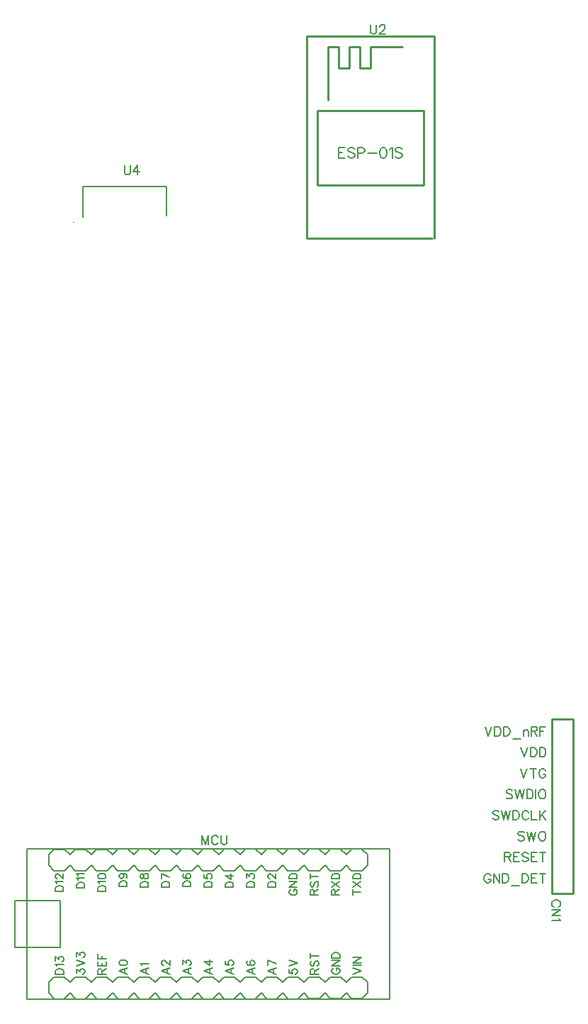
<source format=gto>
G04 Layer: TopSilkscreenLayer*
G04 EasyEDA v6.5.42, 2024-05-28 01:04:16*
G04 864da046108442dba22ddf06c26b1ed7,510c7b70758e4c7f89447156c1b3190b,10*
G04 Gerber Generator version 0.2*
G04 Scale: 100 percent, Rotated: No, Reflected: No *
G04 Dimensions in millimeters *
G04 leading zeros omitted , absolute positions ,4 integer and 5 decimal *
%FSLAX45Y45*%
%MOMM*%

%ADD10C,0.1524*%
%ADD11C,0.1500*%
%ADD12C,0.2032*%
%ADD13C,0.2540*%
%ADD14C,0.1520*%
%ADD15C,0.1999*%
%ADD16C,0.1001*%
%ADD17C,0.0163*%

%LPD*%
D10*
X5509519Y3353815D02*
G01*
X5551175Y3244850D01*
X5592577Y3353815D02*
G01*
X5551175Y3244850D01*
X5626867Y3353815D02*
G01*
X5626867Y3244850D01*
X5626867Y3353815D02*
G01*
X5663189Y3353815D01*
X5678937Y3348736D01*
X5689351Y3338321D01*
X5694431Y3327907D01*
X5699765Y3312160D01*
X5699765Y3286252D01*
X5694431Y3270757D01*
X5689351Y3260344D01*
X5678937Y3249929D01*
X5663189Y3244850D01*
X5626867Y3244850D01*
X5734055Y3353815D02*
G01*
X5734055Y3244850D01*
X5734055Y3353815D02*
G01*
X5770377Y3353815D01*
X5785871Y3348736D01*
X5796285Y3338321D01*
X5801619Y3327907D01*
X5806699Y3312160D01*
X5806699Y3286252D01*
X5801619Y3270757D01*
X5796285Y3260344D01*
X5785871Y3249929D01*
X5770377Y3244850D01*
X5734055Y3244850D01*
X5840989Y3208273D02*
G01*
X5934461Y3208273D01*
X5968751Y3317494D02*
G01*
X5968751Y3244850D01*
X5968751Y3296665D02*
G01*
X5984499Y3312160D01*
X5994659Y3317494D01*
X6010407Y3317494D01*
X6020821Y3312160D01*
X6025901Y3296665D01*
X6025901Y3244850D01*
X6060191Y3353815D02*
G01*
X6060191Y3244850D01*
X6060191Y3353815D02*
G01*
X6106927Y3353815D01*
X6122675Y3348736D01*
X6127755Y3343402D01*
X6133089Y3332987D01*
X6133089Y3322573D01*
X6127755Y3312160D01*
X6122675Y3307079D01*
X6106927Y3302000D01*
X6060191Y3302000D01*
X6096513Y3302000D02*
G01*
X6133089Y3244850D01*
X6167379Y3353815D02*
G01*
X6167379Y3244850D01*
X6167379Y3353815D02*
G01*
X6234689Y3353815D01*
X6167379Y3302000D02*
G01*
X6208781Y3302000D01*
X5937498Y3103371D02*
G01*
X5979154Y2994405D01*
X6020556Y3103371D02*
G01*
X5979154Y2994405D01*
X6054846Y3103371D02*
G01*
X6054846Y2994405D01*
X6054846Y3103371D02*
G01*
X6091168Y3103371D01*
X6106916Y3098292D01*
X6117330Y3087878D01*
X6122410Y3077463D01*
X6127744Y3061970D01*
X6127744Y3035807D01*
X6122410Y3020313D01*
X6117330Y3009900D01*
X6106916Y2999486D01*
X6091168Y2994405D01*
X6054846Y2994405D01*
X6162034Y3103371D02*
G01*
X6162034Y2994405D01*
X6162034Y3103371D02*
G01*
X6198356Y3103371D01*
X6213850Y3098292D01*
X6224264Y3087878D01*
X6229598Y3077463D01*
X6234678Y3061970D01*
X6234678Y3035807D01*
X6229598Y3020313D01*
X6224264Y3009900D01*
X6213850Y2999486D01*
X6198356Y2994405D01*
X6162034Y2994405D01*
X5932426Y2853181D02*
G01*
X5974082Y2743962D01*
X6015484Y2853181D02*
G01*
X5974082Y2743962D01*
X6086096Y2853181D02*
G01*
X6086096Y2743962D01*
X6049774Y2853181D02*
G01*
X6122672Y2853181D01*
X6234686Y2827020D02*
G01*
X6229606Y2837434D01*
X6219192Y2847847D01*
X6208778Y2853181D01*
X6187950Y2853181D01*
X6177536Y2847847D01*
X6167376Y2837434D01*
X6162042Y2827020D01*
X6156962Y2811526D01*
X6156962Y2785618D01*
X6162042Y2769870D01*
X6167376Y2759455D01*
X6177536Y2749295D01*
X6187950Y2743962D01*
X6208778Y2743962D01*
X6219192Y2749295D01*
X6229606Y2759455D01*
X6234686Y2769870D01*
X6234686Y2785618D01*
X6208778Y2785618D02*
G01*
X6234686Y2785618D01*
X5837674Y2587244D02*
G01*
X5827260Y2597404D01*
X5811766Y2602737D01*
X5790938Y2602737D01*
X5775444Y2597404D01*
X5765030Y2587244D01*
X5765030Y2576829D01*
X5770110Y2566415D01*
X5775444Y2561081D01*
X5785858Y2556002D01*
X5817100Y2545587D01*
X5827260Y2540254D01*
X5832594Y2535173D01*
X5837674Y2524760D01*
X5837674Y2509265D01*
X5827260Y2498852D01*
X5811766Y2493518D01*
X5790938Y2493518D01*
X5775444Y2498852D01*
X5765030Y2509265D01*
X5871964Y2602737D02*
G01*
X5898126Y2493518D01*
X5924034Y2602737D02*
G01*
X5898126Y2493518D01*
X5924034Y2602737D02*
G01*
X5949942Y2493518D01*
X5975850Y2602737D02*
G01*
X5949942Y2493518D01*
X6010140Y2602737D02*
G01*
X6010140Y2493518D01*
X6010140Y2602737D02*
G01*
X6046716Y2602737D01*
X6062210Y2597404D01*
X6072624Y2587244D01*
X6077704Y2576829D01*
X6083038Y2561081D01*
X6083038Y2535173D01*
X6077704Y2519679D01*
X6072624Y2509265D01*
X6062210Y2498852D01*
X6046716Y2493518D01*
X6010140Y2493518D01*
X6117328Y2602737D02*
G01*
X6117328Y2493518D01*
X6182860Y2602737D02*
G01*
X6172446Y2597404D01*
X6162032Y2587244D01*
X6156698Y2576829D01*
X6151618Y2561081D01*
X6151618Y2535173D01*
X6156698Y2519679D01*
X6162032Y2509265D01*
X6172446Y2498852D01*
X6182860Y2493518D01*
X6203434Y2493518D01*
X6213848Y2498852D01*
X6224262Y2509265D01*
X6229596Y2519679D01*
X6234676Y2535173D01*
X6234676Y2561081D01*
X6229596Y2576829D01*
X6224262Y2587244D01*
X6213848Y2597404D01*
X6203434Y2602737D01*
X6182860Y2602737D01*
X5673592Y2336800D02*
G01*
X5663178Y2347213D01*
X5647684Y2352294D01*
X5626856Y2352294D01*
X5611362Y2347213D01*
X5600948Y2336800D01*
X5600948Y2326386D01*
X5606028Y2315971D01*
X5611362Y2310892D01*
X5621776Y2305557D01*
X5653018Y2295144D01*
X5663178Y2290063D01*
X5668512Y2284729D01*
X5673592Y2274315D01*
X5673592Y2258821D01*
X5663178Y2248407D01*
X5647684Y2243328D01*
X5626856Y2243328D01*
X5611362Y2248407D01*
X5600948Y2258821D01*
X5707882Y2352294D02*
G01*
X5734044Y2243328D01*
X5759952Y2352294D02*
G01*
X5734044Y2243328D01*
X5759952Y2352294D02*
G01*
X5785860Y2243328D01*
X5811768Y2352294D02*
G01*
X5785860Y2243328D01*
X5846058Y2352294D02*
G01*
X5846058Y2243328D01*
X5846058Y2352294D02*
G01*
X5882634Y2352294D01*
X5898128Y2347213D01*
X5908542Y2336800D01*
X5913622Y2326386D01*
X5918956Y2310892D01*
X5918956Y2284729D01*
X5913622Y2269236D01*
X5908542Y2258821D01*
X5898128Y2248407D01*
X5882634Y2243328D01*
X5846058Y2243328D01*
X6031224Y2326386D02*
G01*
X6025890Y2336800D01*
X6015476Y2347213D01*
X6005062Y2352294D01*
X5984488Y2352294D01*
X5974074Y2347213D01*
X5963660Y2336800D01*
X5958326Y2326386D01*
X5953246Y2310892D01*
X5953246Y2284729D01*
X5958326Y2269236D01*
X5963660Y2258821D01*
X5974074Y2248407D01*
X5984488Y2243328D01*
X6005062Y2243328D01*
X6015476Y2248407D01*
X6025890Y2258821D01*
X6031224Y2269236D01*
X6065514Y2352294D02*
G01*
X6065514Y2243328D01*
X6065514Y2243328D02*
G01*
X6127744Y2243328D01*
X6162034Y2352294D02*
G01*
X6162034Y2243328D01*
X6234678Y2352294D02*
G01*
X6162034Y2279650D01*
X6187942Y2305557D02*
G01*
X6234678Y2243328D01*
X5978900Y2086355D02*
G01*
X5968486Y2096770D01*
X5952992Y2102104D01*
X5932164Y2102104D01*
X5916670Y2096770D01*
X5906256Y2086355D01*
X5906256Y2075942D01*
X5911336Y2065528D01*
X5916670Y2060447D01*
X5927084Y2055113D01*
X5958326Y2044954D01*
X5968486Y2039620D01*
X5973820Y2034539D01*
X5978900Y2024126D01*
X5978900Y2008378D01*
X5968486Y1997963D01*
X5952992Y1992884D01*
X5932164Y1992884D01*
X5916670Y1997963D01*
X5906256Y2008378D01*
X6013190Y2102104D02*
G01*
X6039352Y1992884D01*
X6065260Y2102104D02*
G01*
X6039352Y1992884D01*
X6065260Y2102104D02*
G01*
X6091168Y1992884D01*
X6117076Y2102104D02*
G01*
X6091168Y1992884D01*
X6182608Y2102104D02*
G01*
X6172194Y2096770D01*
X6161780Y2086355D01*
X6156700Y2075942D01*
X6151366Y2060447D01*
X6151366Y2034539D01*
X6156700Y2018792D01*
X6161780Y2008378D01*
X6172194Y1997963D01*
X6182608Y1992884D01*
X6203436Y1992884D01*
X6213850Y1997963D01*
X6224264Y2008378D01*
X6229344Y2018792D01*
X6234678Y2034539D01*
X6234678Y2060447D01*
X6229344Y2075942D01*
X6224264Y2086355D01*
X6213850Y2096770D01*
X6203436Y2102104D01*
X6182608Y2102104D01*
X5744207Y1851660D02*
G01*
X5744207Y1742439D01*
X5744207Y1851660D02*
G01*
X5790943Y1851660D01*
X5806437Y1846326D01*
X5811771Y1841245D01*
X5816851Y1830831D01*
X5816851Y1820418D01*
X5811771Y1810004D01*
X5806437Y1804923D01*
X5790943Y1799589D01*
X5744207Y1799589D01*
X5780529Y1799589D02*
G01*
X5816851Y1742439D01*
X5851141Y1851660D02*
G01*
X5851141Y1742439D01*
X5851141Y1851660D02*
G01*
X5918705Y1851660D01*
X5851141Y1799589D02*
G01*
X5892797Y1799589D01*
X5851141Y1742439D02*
G01*
X5918705Y1742439D01*
X6025893Y1835912D02*
G01*
X6015479Y1846326D01*
X5999731Y1851660D01*
X5979157Y1851660D01*
X5963409Y1846326D01*
X5952995Y1835912D01*
X5952995Y1825752D01*
X5958329Y1815337D01*
X5963409Y1810004D01*
X5973823Y1804923D01*
X6005065Y1794510D01*
X6015479Y1789176D01*
X6020559Y1784095D01*
X6025893Y1773681D01*
X6025893Y1758187D01*
X6015479Y1747773D01*
X5999731Y1742439D01*
X5979157Y1742439D01*
X5963409Y1747773D01*
X5952995Y1758187D01*
X6060183Y1851660D02*
G01*
X6060183Y1742439D01*
X6060183Y1851660D02*
G01*
X6127747Y1851660D01*
X6060183Y1799589D02*
G01*
X6101585Y1799589D01*
X6060183Y1742439D02*
G01*
X6127747Y1742439D01*
X6198359Y1851660D02*
G01*
X6198359Y1742439D01*
X6162037Y1851660D02*
G01*
X6234681Y1851660D01*
X5577077Y1575307D02*
G01*
X5571743Y1585721D01*
X5561329Y1596136D01*
X5551170Y1601215D01*
X5530341Y1601215D01*
X5519927Y1596136D01*
X5509513Y1585721D01*
X5504179Y1575307D01*
X5499100Y1559560D01*
X5499100Y1533652D01*
X5504179Y1518157D01*
X5509513Y1507744D01*
X5519927Y1497329D01*
X5530341Y1492250D01*
X5551170Y1492250D01*
X5561329Y1497329D01*
X5571743Y1507744D01*
X5577077Y1518157D01*
X5577077Y1533652D01*
X5551170Y1533652D02*
G01*
X5577077Y1533652D01*
X5611368Y1601215D02*
G01*
X5611368Y1492250D01*
X5611368Y1601215D02*
G01*
X5684011Y1492250D01*
X5684011Y1601215D02*
G01*
X5684011Y1492250D01*
X5718302Y1601215D02*
G01*
X5718302Y1492250D01*
X5718302Y1601215D02*
G01*
X5754624Y1601215D01*
X5770372Y1596136D01*
X5780786Y1585721D01*
X5785865Y1575307D01*
X5791200Y1559560D01*
X5791200Y1533652D01*
X5785865Y1518157D01*
X5780786Y1507744D01*
X5770372Y1497329D01*
X5754624Y1492250D01*
X5718302Y1492250D01*
X5825490Y1455673D02*
G01*
X5918961Y1455673D01*
X5953252Y1601215D02*
G01*
X5953252Y1492250D01*
X5953252Y1601215D02*
G01*
X5989574Y1601215D01*
X6005068Y1596136D01*
X6015481Y1585721D01*
X6020815Y1575307D01*
X6025895Y1559560D01*
X6025895Y1533652D01*
X6020815Y1518157D01*
X6015481Y1507744D01*
X6005068Y1497329D01*
X5989574Y1492250D01*
X5953252Y1492250D01*
X6060186Y1601215D02*
G01*
X6060186Y1492250D01*
X6060186Y1601215D02*
G01*
X6127750Y1601215D01*
X6060186Y1549400D02*
G01*
X6101841Y1549400D01*
X6060186Y1492250D02*
G01*
X6127750Y1492250D01*
X6198361Y1601215D02*
G01*
X6198361Y1492250D01*
X6162040Y1601215D02*
G01*
X6234684Y1601215D01*
X6388608Y1204721D02*
G01*
X6399022Y1210055D01*
X6409436Y1220470D01*
X6414515Y1230629D01*
X6414515Y1251457D01*
X6409436Y1261871D01*
X6399022Y1272286D01*
X6388608Y1277620D01*
X6372859Y1282700D01*
X6346952Y1282700D01*
X6331458Y1277620D01*
X6321043Y1272286D01*
X6310629Y1261871D01*
X6305550Y1251457D01*
X6305550Y1230629D01*
X6310629Y1220470D01*
X6321043Y1210055D01*
X6331458Y1204721D01*
X6414515Y1170431D02*
G01*
X6305550Y1170431D01*
X6414515Y1170431D02*
G01*
X6305550Y1097787D01*
X6414515Y1097787D02*
G01*
X6305550Y1097787D01*
X6393688Y1063497D02*
G01*
X6399022Y1053084D01*
X6414515Y1037589D01*
X6305550Y1037589D01*
X2123795Y2055113D02*
G01*
X2123795Y1946147D01*
X2123795Y2055113D02*
G01*
X2165451Y1946147D01*
X2206853Y2055113D02*
G01*
X2165451Y1946147D01*
X2206853Y2055113D02*
G01*
X2206853Y1946147D01*
X2319121Y2029205D02*
G01*
X2314041Y2039620D01*
X2303627Y2050034D01*
X2293213Y2055113D01*
X2272385Y2055113D01*
X2261971Y2050034D01*
X2251557Y2039620D01*
X2246477Y2029205D01*
X2241143Y2013457D01*
X2241143Y1987550D01*
X2246477Y1972055D01*
X2251557Y1961642D01*
X2261971Y1951228D01*
X2272385Y1946147D01*
X2293213Y1946147D01*
X2303627Y1951228D01*
X2314041Y1961642D01*
X2319121Y1972055D01*
X2353411Y2055113D02*
G01*
X2353411Y1977136D01*
X2358745Y1961642D01*
X2368905Y1951228D01*
X2384653Y1946147D01*
X2395067Y1946147D01*
X2410561Y1951228D01*
X2420975Y1961642D01*
X2426055Y1977136D01*
X2426055Y2055113D01*
D11*
X375869Y401065D02*
G01*
X471373Y401065D01*
X375869Y401065D02*
G01*
X375869Y432815D01*
X380441Y446531D01*
X389585Y455421D01*
X398475Y459994D01*
X412191Y464565D01*
X435051Y464565D01*
X448513Y459994D01*
X457657Y455421D01*
X466801Y446531D01*
X471373Y432815D01*
X471373Y401065D01*
X394157Y494537D02*
G01*
X389585Y503681D01*
X375869Y517397D01*
X471373Y517397D01*
X375869Y556513D02*
G01*
X375869Y606552D01*
X412191Y579120D01*
X412191Y592836D01*
X416763Y601979D01*
X421335Y606552D01*
X435051Y610870D01*
X443941Y610870D01*
X457657Y606552D01*
X466801Y597407D01*
X471373Y583692D01*
X471373Y569976D01*
X466801Y556513D01*
X462229Y551942D01*
X453085Y547370D01*
X629869Y409955D02*
G01*
X629869Y459994D01*
X666191Y432815D01*
X666191Y446531D01*
X670763Y455421D01*
X675335Y459994D01*
X689051Y464565D01*
X697941Y464565D01*
X711657Y459994D01*
X720801Y451104D01*
X725373Y437387D01*
X725373Y423671D01*
X720801Y409955D01*
X716229Y405637D01*
X707085Y401065D01*
X629869Y494537D02*
G01*
X725373Y531113D01*
X629869Y567436D02*
G01*
X725373Y531113D01*
X629869Y606552D02*
G01*
X629869Y656336D01*
X666191Y629157D01*
X666191Y642873D01*
X670763Y652018D01*
X675335Y656336D01*
X689051Y660907D01*
X697941Y660907D01*
X711657Y656336D01*
X720801Y647445D01*
X725373Y633729D01*
X725373Y620013D01*
X720801Y606552D01*
X716229Y601979D01*
X707085Y597407D01*
X883869Y401065D02*
G01*
X979373Y401065D01*
X883869Y401065D02*
G01*
X883869Y441960D01*
X888441Y455421D01*
X893013Y459994D01*
X902157Y464565D01*
X911047Y464565D01*
X920191Y459994D01*
X924763Y455421D01*
X929335Y441960D01*
X929335Y401065D01*
X929335Y432815D02*
G01*
X979373Y464565D01*
X883869Y494537D02*
G01*
X979373Y494537D01*
X883869Y494537D02*
G01*
X883869Y553720D01*
X929335Y494537D02*
G01*
X929335Y531113D01*
X979373Y494537D02*
G01*
X979373Y553720D01*
X883869Y583692D02*
G01*
X979373Y583692D01*
X883869Y583692D02*
G01*
X883869Y642873D01*
X929335Y583692D02*
G01*
X929335Y620013D01*
X1137869Y437387D02*
G01*
X1233373Y401065D01*
X1137869Y437387D02*
G01*
X1233373Y473710D01*
X1201623Y414528D02*
G01*
X1201623Y459994D01*
X1137869Y531113D02*
G01*
X1142441Y517397D01*
X1156157Y508254D01*
X1178763Y503681D01*
X1192479Y503681D01*
X1215085Y508254D01*
X1228801Y517397D01*
X1233373Y531113D01*
X1233373Y540004D01*
X1228801Y553720D01*
X1215085Y562863D01*
X1192479Y567436D01*
X1178763Y567436D01*
X1156157Y562863D01*
X1142441Y553720D01*
X1137869Y540004D01*
X1137869Y531113D01*
X1391869Y437387D02*
G01*
X1487373Y401065D01*
X1391869Y437387D02*
G01*
X1487373Y473710D01*
X1455623Y414528D02*
G01*
X1455623Y459994D01*
X1410157Y503681D02*
G01*
X1405585Y512826D01*
X1391869Y526542D01*
X1487373Y526542D01*
X1645869Y437387D02*
G01*
X1741373Y401065D01*
X1645869Y437387D02*
G01*
X1741373Y473710D01*
X1709623Y414528D02*
G01*
X1709623Y459994D01*
X1668475Y508254D02*
G01*
X1664157Y508254D01*
X1655013Y512826D01*
X1650441Y517397D01*
X1645869Y526542D01*
X1645869Y544576D01*
X1650441Y553720D01*
X1655013Y558292D01*
X1664157Y562863D01*
X1673047Y562863D01*
X1682191Y558292D01*
X1695907Y549147D01*
X1741373Y503681D01*
X1741373Y567436D01*
X1899869Y437387D02*
G01*
X1995373Y401065D01*
X1899869Y437387D02*
G01*
X1995373Y473710D01*
X1963623Y414528D02*
G01*
X1963623Y459994D01*
X1899869Y512826D02*
G01*
X1899869Y562863D01*
X1936191Y535431D01*
X1936191Y549147D01*
X1940763Y558292D01*
X1945335Y562863D01*
X1959051Y567436D01*
X1967941Y567436D01*
X1981657Y562863D01*
X1990801Y553720D01*
X1995373Y540004D01*
X1995373Y526542D01*
X1990801Y512826D01*
X1986229Y508254D01*
X1977085Y503681D01*
X2153869Y437387D02*
G01*
X2249373Y401065D01*
X2153869Y437387D02*
G01*
X2249373Y473710D01*
X2217623Y414528D02*
G01*
X2217623Y459994D01*
X2153869Y549147D02*
G01*
X2217623Y503681D01*
X2217623Y572007D01*
X2153869Y549147D02*
G01*
X2249373Y549147D01*
X2407869Y437387D02*
G01*
X2503373Y401065D01*
X2407869Y437387D02*
G01*
X2503373Y473710D01*
X2471623Y414528D02*
G01*
X2471623Y459994D01*
X2407869Y558292D02*
G01*
X2407869Y512826D01*
X2448763Y508254D01*
X2444191Y512826D01*
X2439619Y526542D01*
X2439619Y540004D01*
X2444191Y553720D01*
X2453335Y562863D01*
X2467051Y567436D01*
X2475941Y567436D01*
X2489657Y562863D01*
X2498801Y553720D01*
X2503373Y540004D01*
X2503373Y526542D01*
X2498801Y512826D01*
X2494229Y508254D01*
X2485085Y503681D01*
X2661869Y437387D02*
G01*
X2757373Y401065D01*
X2661869Y437387D02*
G01*
X2757373Y473710D01*
X2725623Y414528D02*
G01*
X2725623Y459994D01*
X2675585Y558292D02*
G01*
X2666441Y553720D01*
X2661869Y540004D01*
X2661869Y531113D01*
X2666441Y517397D01*
X2680157Y508254D01*
X2702763Y503681D01*
X2725623Y503681D01*
X2743657Y508254D01*
X2752801Y517397D01*
X2757373Y531113D01*
X2757373Y535431D01*
X2752801Y549147D01*
X2743657Y558292D01*
X2729941Y562863D01*
X2725623Y562863D01*
X2711907Y558292D01*
X2702763Y549147D01*
X2698191Y535431D01*
X2698191Y531113D01*
X2702763Y517397D01*
X2711907Y508254D01*
X2725623Y503681D01*
X2915869Y437387D02*
G01*
X3011373Y401065D01*
X2915869Y437387D02*
G01*
X3011373Y473710D01*
X2979623Y414528D02*
G01*
X2979623Y459994D01*
X2915869Y567436D02*
G01*
X3011373Y521970D01*
X2915869Y503681D02*
G01*
X2915869Y567436D01*
X3169869Y455421D02*
G01*
X3169869Y409955D01*
X3210763Y405637D01*
X3206191Y409955D01*
X3201619Y423671D01*
X3201619Y437387D01*
X3206191Y451104D01*
X3215335Y459994D01*
X3229051Y464565D01*
X3237941Y464565D01*
X3251657Y459994D01*
X3260801Y451104D01*
X3265373Y437387D01*
X3265373Y423671D01*
X3260801Y409955D01*
X3256229Y405637D01*
X3247085Y401065D01*
X3169869Y494537D02*
G01*
X3265373Y531113D01*
X3169869Y567436D02*
G01*
X3265373Y531113D01*
X3423869Y401065D02*
G01*
X3519373Y401065D01*
X3423869Y401065D02*
G01*
X3423869Y441960D01*
X3428441Y455421D01*
X3433013Y459994D01*
X3442157Y464565D01*
X3451047Y464565D01*
X3460191Y459994D01*
X3464763Y455421D01*
X3469335Y441960D01*
X3469335Y401065D01*
X3469335Y432815D02*
G01*
X3519373Y464565D01*
X3437585Y558292D02*
G01*
X3428441Y549147D01*
X3423869Y535431D01*
X3423869Y517397D01*
X3428441Y503681D01*
X3437585Y494537D01*
X3446475Y494537D01*
X3455619Y499110D01*
X3460191Y503681D01*
X3464763Y512826D01*
X3473907Y540004D01*
X3478479Y549147D01*
X3483051Y553720D01*
X3491941Y558292D01*
X3505657Y558292D01*
X3514801Y549147D01*
X3519373Y535431D01*
X3519373Y517397D01*
X3514801Y503681D01*
X3505657Y494537D01*
X3423869Y620013D02*
G01*
X3519373Y620013D01*
X3423869Y588263D02*
G01*
X3423869Y652018D01*
X3700475Y469137D02*
G01*
X3691585Y464565D01*
X3682441Y455421D01*
X3677869Y446531D01*
X3677869Y428244D01*
X3682441Y419100D01*
X3691585Y409955D01*
X3700475Y405637D01*
X3714191Y401065D01*
X3737051Y401065D01*
X3750513Y405637D01*
X3759657Y409955D01*
X3768801Y419100D01*
X3773373Y428244D01*
X3773373Y446531D01*
X3768801Y455421D01*
X3759657Y464565D01*
X3750513Y469137D01*
X3737051Y469137D01*
X3737051Y446531D02*
G01*
X3737051Y469137D01*
X3677869Y499110D02*
G01*
X3773373Y499110D01*
X3677869Y499110D02*
G01*
X3773373Y562863D01*
X3677869Y562863D02*
G01*
X3773373Y562863D01*
X3677869Y592836D02*
G01*
X3773373Y592836D01*
X3677869Y592836D02*
G01*
X3677869Y624586D01*
X3682441Y638302D01*
X3691585Y647445D01*
X3700475Y652018D01*
X3714191Y656336D01*
X3737051Y656336D01*
X3750513Y652018D01*
X3759657Y647445D01*
X3768801Y638302D01*
X3773373Y624586D01*
X3773373Y592836D01*
X3931869Y401065D02*
G01*
X4027373Y437387D01*
X3931869Y473710D02*
G01*
X4027373Y437387D01*
X3931869Y503681D02*
G01*
X4027373Y503681D01*
X3931869Y533654D02*
G01*
X4027373Y533654D01*
X3931869Y533654D02*
G01*
X4027373Y597407D01*
X3931869Y597407D02*
G01*
X4027373Y597407D01*
X373964Y1389913D02*
G01*
X469468Y1389913D01*
X373964Y1389913D02*
G01*
X373964Y1421663D01*
X378536Y1435379D01*
X387426Y1444523D01*
X396570Y1449095D01*
X410286Y1453413D01*
X432892Y1453413D01*
X446608Y1449095D01*
X455752Y1444523D01*
X464896Y1435379D01*
X469468Y1421663D01*
X469468Y1389913D01*
X391998Y1483639D02*
G01*
X387426Y1492529D01*
X373964Y1506245D01*
X469468Y1506245D01*
X396570Y1540789D02*
G01*
X391998Y1540789D01*
X383108Y1545361D01*
X378536Y1549933D01*
X373964Y1559077D01*
X373964Y1577111D01*
X378536Y1586255D01*
X383108Y1590827D01*
X391998Y1595399D01*
X401142Y1595399D01*
X410286Y1590827D01*
X424002Y1581683D01*
X469468Y1536217D01*
X469468Y1599971D01*
X627964Y1430807D02*
G01*
X723468Y1430807D01*
X627964Y1430807D02*
G01*
X627964Y1462557D01*
X632536Y1476273D01*
X641426Y1485417D01*
X650570Y1489989D01*
X664286Y1494307D01*
X686892Y1494307D01*
X700608Y1489989D01*
X709752Y1485417D01*
X718896Y1476273D01*
X723468Y1462557D01*
X723468Y1430807D01*
X645998Y1524533D02*
G01*
X641426Y1533423D01*
X627964Y1547139D01*
X723468Y1547139D01*
X645998Y1577111D02*
G01*
X641426Y1586255D01*
X627964Y1599971D01*
X723468Y1599971D01*
X881964Y1389913D02*
G01*
X977468Y1389913D01*
X881964Y1389913D02*
G01*
X881964Y1421663D01*
X886536Y1435379D01*
X895426Y1444523D01*
X904570Y1449095D01*
X918286Y1453413D01*
X940892Y1453413D01*
X954608Y1449095D01*
X963752Y1444523D01*
X972896Y1435379D01*
X977468Y1421663D01*
X977468Y1389913D01*
X899998Y1483639D02*
G01*
X895426Y1492529D01*
X881964Y1506245D01*
X977468Y1506245D01*
X881964Y1563649D02*
G01*
X886536Y1549933D01*
X899998Y1540789D01*
X922858Y1536217D01*
X936320Y1536217D01*
X959180Y1540789D01*
X972896Y1549933D01*
X977468Y1563649D01*
X977468Y1572539D01*
X972896Y1586255D01*
X959180Y1595399D01*
X936320Y1599971D01*
X922858Y1599971D01*
X899998Y1595399D01*
X886536Y1586255D01*
X881964Y1572539D01*
X881964Y1563649D01*
X1135964Y1447317D02*
G01*
X1231468Y1447317D01*
X1135964Y1447317D02*
G01*
X1135964Y1479067D01*
X1140536Y1492783D01*
X1149426Y1501927D01*
X1158570Y1506499D01*
X1172286Y1510817D01*
X1194892Y1510817D01*
X1208608Y1506499D01*
X1217752Y1501927D01*
X1226896Y1492783D01*
X1231468Y1479067D01*
X1231468Y1447317D01*
X1167714Y1599971D02*
G01*
X1181430Y1595399D01*
X1190320Y1586509D01*
X1194892Y1572793D01*
X1194892Y1568221D01*
X1190320Y1554505D01*
X1181430Y1545361D01*
X1167714Y1541043D01*
X1163142Y1541043D01*
X1149426Y1545361D01*
X1140536Y1554505D01*
X1135964Y1568221D01*
X1135964Y1572793D01*
X1140536Y1586509D01*
X1149426Y1595399D01*
X1167714Y1599971D01*
X1190320Y1599971D01*
X1213180Y1595399D01*
X1226896Y1586509D01*
X1231468Y1572793D01*
X1231468Y1563649D01*
X1226896Y1549933D01*
X1217752Y1545361D01*
X1389964Y1442745D02*
G01*
X1485468Y1442745D01*
X1389964Y1442745D02*
G01*
X1389964Y1474495D01*
X1394536Y1488211D01*
X1403426Y1497355D01*
X1412570Y1501927D01*
X1426286Y1506245D01*
X1448892Y1506245D01*
X1462608Y1501927D01*
X1471752Y1497355D01*
X1480896Y1488211D01*
X1485468Y1474495D01*
X1485468Y1442745D01*
X1389964Y1559077D02*
G01*
X1394536Y1545361D01*
X1403426Y1540789D01*
X1412570Y1540789D01*
X1421714Y1545361D01*
X1426286Y1554505D01*
X1430858Y1572793D01*
X1435430Y1586255D01*
X1444320Y1595399D01*
X1453464Y1599971D01*
X1467180Y1599971D01*
X1476324Y1595399D01*
X1480896Y1590827D01*
X1485468Y1577365D01*
X1485468Y1559077D01*
X1480896Y1545361D01*
X1476324Y1540789D01*
X1467180Y1536471D01*
X1453464Y1536471D01*
X1444320Y1540789D01*
X1435430Y1549933D01*
X1430858Y1563649D01*
X1426286Y1581937D01*
X1421714Y1590827D01*
X1412570Y1595399D01*
X1403426Y1595399D01*
X1394536Y1590827D01*
X1389964Y1577365D01*
X1389964Y1559077D01*
X1643964Y1442745D02*
G01*
X1739468Y1442745D01*
X1643964Y1442745D02*
G01*
X1643964Y1474495D01*
X1648536Y1488211D01*
X1657426Y1497355D01*
X1666570Y1501927D01*
X1680286Y1506245D01*
X1702892Y1506245D01*
X1716608Y1501927D01*
X1725752Y1497355D01*
X1734896Y1488211D01*
X1739468Y1474495D01*
X1739468Y1442745D01*
X1643964Y1599971D02*
G01*
X1739468Y1554505D01*
X1643964Y1536471D02*
G01*
X1643964Y1599971D01*
X1897964Y1447317D02*
G01*
X1993468Y1447317D01*
X1897964Y1447317D02*
G01*
X1897964Y1479067D01*
X1902536Y1492783D01*
X1911426Y1501927D01*
X1920570Y1506499D01*
X1934286Y1510817D01*
X1956892Y1510817D01*
X1970608Y1506499D01*
X1979752Y1501927D01*
X1988896Y1492783D01*
X1993468Y1479067D01*
X1993468Y1447317D01*
X1911426Y1595399D02*
G01*
X1902536Y1590827D01*
X1897964Y1577365D01*
X1897964Y1568221D01*
X1902536Y1554505D01*
X1915998Y1545361D01*
X1938858Y1541043D01*
X1961464Y1541043D01*
X1979752Y1545361D01*
X1988896Y1554505D01*
X1993468Y1568221D01*
X1993468Y1572793D01*
X1988896Y1586509D01*
X1979752Y1595399D01*
X1966036Y1599971D01*
X1961464Y1599971D01*
X1948002Y1595399D01*
X1938858Y1586509D01*
X1934286Y1572793D01*
X1934286Y1568221D01*
X1938858Y1554505D01*
X1948002Y1545361D01*
X1961464Y1541043D01*
X2151964Y1442745D02*
G01*
X2247468Y1442745D01*
X2151964Y1442745D02*
G01*
X2151964Y1474495D01*
X2156536Y1488211D01*
X2165426Y1497355D01*
X2174570Y1501927D01*
X2188286Y1506245D01*
X2210892Y1506245D01*
X2224608Y1501927D01*
X2233752Y1497355D01*
X2242896Y1488211D01*
X2247468Y1474495D01*
X2247468Y1442745D01*
X2151964Y1590827D02*
G01*
X2151964Y1545361D01*
X2192858Y1540789D01*
X2188286Y1545361D01*
X2183714Y1559077D01*
X2183714Y1572793D01*
X2188286Y1586255D01*
X2197430Y1595399D01*
X2210892Y1599971D01*
X2220036Y1599971D01*
X2233752Y1595399D01*
X2242896Y1586255D01*
X2247468Y1572793D01*
X2247468Y1559077D01*
X2242896Y1545361D01*
X2238324Y1540789D01*
X2229180Y1536471D01*
X2405964Y1438173D02*
G01*
X2501468Y1438173D01*
X2405964Y1438173D02*
G01*
X2405964Y1469923D01*
X2410536Y1483639D01*
X2419426Y1492783D01*
X2428570Y1497355D01*
X2442286Y1501673D01*
X2464892Y1501673D01*
X2478608Y1497355D01*
X2487752Y1492783D01*
X2496896Y1483639D01*
X2501468Y1469923D01*
X2501468Y1438173D01*
X2405964Y1577365D02*
G01*
X2469464Y1531899D01*
X2469464Y1599971D01*
X2405964Y1577365D02*
G01*
X2501468Y1577365D01*
X2659964Y1442745D02*
G01*
X2755468Y1442745D01*
X2659964Y1442745D02*
G01*
X2659964Y1474495D01*
X2664536Y1488211D01*
X2673426Y1497355D01*
X2682570Y1501927D01*
X2696286Y1506245D01*
X2718892Y1506245D01*
X2732608Y1501927D01*
X2741752Y1497355D01*
X2750896Y1488211D01*
X2755468Y1474495D01*
X2755468Y1442745D01*
X2659964Y1545361D02*
G01*
X2659964Y1595399D01*
X2696286Y1568221D01*
X2696286Y1581937D01*
X2700858Y1590827D01*
X2705430Y1595399D01*
X2718892Y1599971D01*
X2728036Y1599971D01*
X2741752Y1595399D01*
X2750896Y1586255D01*
X2755468Y1572793D01*
X2755468Y1559077D01*
X2750896Y1545361D01*
X2746324Y1540789D01*
X2737180Y1536471D01*
X2913964Y1442745D02*
G01*
X3009468Y1442745D01*
X2913964Y1442745D02*
G01*
X2913964Y1474495D01*
X2918536Y1488211D01*
X2927426Y1497355D01*
X2936570Y1501927D01*
X2950286Y1506245D01*
X2972892Y1506245D01*
X2986608Y1501927D01*
X2995752Y1497355D01*
X3004896Y1488211D01*
X3009468Y1474495D01*
X3009468Y1442745D01*
X2936570Y1540789D02*
G01*
X2931998Y1540789D01*
X2923108Y1545361D01*
X2918536Y1549933D01*
X2913964Y1559077D01*
X2913964Y1577365D01*
X2918536Y1586255D01*
X2923108Y1590827D01*
X2931998Y1595399D01*
X2941142Y1595399D01*
X2950286Y1590827D01*
X2964002Y1581937D01*
X3009468Y1536471D01*
X3009468Y1599971D01*
X3190570Y1412519D02*
G01*
X3181426Y1407947D01*
X3172536Y1399057D01*
X3167964Y1389913D01*
X3167964Y1371625D01*
X3172536Y1362481D01*
X3181426Y1353591D01*
X3190570Y1349019D01*
X3204286Y1344447D01*
X3226892Y1344447D01*
X3240608Y1349019D01*
X3249752Y1353591D01*
X3258896Y1362481D01*
X3263468Y1371625D01*
X3263468Y1389913D01*
X3258896Y1399057D01*
X3249752Y1407947D01*
X3240608Y1412519D01*
X3226892Y1412519D01*
X3226892Y1389913D02*
G01*
X3226892Y1412519D01*
X3167964Y1442491D02*
G01*
X3263468Y1442491D01*
X3167964Y1442491D02*
G01*
X3263468Y1506245D01*
X3167964Y1506245D02*
G01*
X3263468Y1506245D01*
X3167964Y1536217D02*
G01*
X3263468Y1536217D01*
X3167964Y1536217D02*
G01*
X3167964Y1567967D01*
X3172536Y1581683D01*
X3181426Y1590827D01*
X3190570Y1595399D01*
X3204286Y1599971D01*
X3226892Y1599971D01*
X3240608Y1595399D01*
X3249752Y1590827D01*
X3258896Y1581683D01*
X3263468Y1567967D01*
X3263468Y1536217D01*
X3421964Y1349019D02*
G01*
X3517468Y1349019D01*
X3421964Y1349019D02*
G01*
X3421964Y1389913D01*
X3426536Y1403629D01*
X3431108Y1408201D01*
X3439998Y1412519D01*
X3449142Y1412519D01*
X3458286Y1408201D01*
X3462858Y1403629D01*
X3467430Y1389913D01*
X3467430Y1349019D01*
X3467430Y1380769D02*
G01*
X3517468Y1412519D01*
X3435426Y1506245D02*
G01*
X3426536Y1497101D01*
X3421964Y1483639D01*
X3421964Y1465351D01*
X3426536Y1451635D01*
X3435426Y1442745D01*
X3444570Y1442745D01*
X3453714Y1447063D01*
X3458286Y1451635D01*
X3462858Y1460779D01*
X3472002Y1488211D01*
X3476320Y1497101D01*
X3480892Y1501673D01*
X3490036Y1506245D01*
X3503752Y1506245D01*
X3512896Y1497101D01*
X3517468Y1483639D01*
X3517468Y1465351D01*
X3512896Y1451635D01*
X3503752Y1442745D01*
X3421964Y1567967D02*
G01*
X3517468Y1567967D01*
X3421964Y1536217D02*
G01*
X3421964Y1599971D01*
X3675964Y1349019D02*
G01*
X3771468Y1349019D01*
X3675964Y1349019D02*
G01*
X3675964Y1389913D01*
X3680536Y1403629D01*
X3685108Y1408201D01*
X3693998Y1412519D01*
X3703142Y1412519D01*
X3712286Y1408201D01*
X3716858Y1403629D01*
X3721430Y1389913D01*
X3721430Y1349019D01*
X3721430Y1380769D02*
G01*
X3771468Y1412519D01*
X3675964Y1442745D02*
G01*
X3771468Y1506245D01*
X3675964Y1506245D02*
G01*
X3771468Y1442745D01*
X3675964Y1536217D02*
G01*
X3771468Y1536217D01*
X3675964Y1536217D02*
G01*
X3675964Y1567967D01*
X3680536Y1581683D01*
X3689426Y1590827D01*
X3698570Y1595399D01*
X3712286Y1599971D01*
X3734892Y1599971D01*
X3748608Y1595399D01*
X3757752Y1590827D01*
X3766896Y1581683D01*
X3771468Y1567967D01*
X3771468Y1536217D01*
X3929964Y1380769D02*
G01*
X4025468Y1380769D01*
X3929964Y1349019D02*
G01*
X3929964Y1412519D01*
X3929964Y1442745D02*
G01*
X4025468Y1506245D01*
X3929964Y1506245D02*
G01*
X4025468Y1442745D01*
X3929964Y1536217D02*
G01*
X4025468Y1536217D01*
X3929964Y1536217D02*
G01*
X3929964Y1567967D01*
X3934536Y1581683D01*
X3943426Y1590827D01*
X3952570Y1595399D01*
X3966286Y1599971D01*
X3988892Y1599971D01*
X4002608Y1595399D01*
X4011752Y1590827D01*
X4020896Y1581683D01*
X4025468Y1567967D01*
X4025468Y1536217D01*
D10*
X4140200Y11735815D02*
G01*
X4140200Y11657837D01*
X4145279Y11642344D01*
X4155693Y11631929D01*
X4171441Y11626850D01*
X4181856Y11626850D01*
X4197350Y11631929D01*
X4207763Y11642344D01*
X4212843Y11657837D01*
X4212843Y11735815D01*
X4252468Y11709908D02*
G01*
X4252468Y11714987D01*
X4257547Y11725402D01*
X4262881Y11730736D01*
X4273295Y11735815D01*
X4293870Y11735815D01*
X4304284Y11730736D01*
X4309618Y11725402D01*
X4314697Y11714987D01*
X4314697Y11704574D01*
X4309618Y11694160D01*
X4299204Y11678665D01*
X4247134Y11626850D01*
X4320031Y11626850D01*
D12*
X3759200Y10267442D02*
G01*
X3759200Y10146029D01*
X3759200Y10267442D02*
G01*
X3834129Y10267442D01*
X3759200Y10209529D02*
G01*
X3805427Y10209529D01*
X3759200Y10146029D02*
G01*
X3834129Y10146029D01*
X3953256Y10250170D02*
G01*
X3941572Y10261600D01*
X3924300Y10267442D01*
X3901186Y10267442D01*
X3883913Y10261600D01*
X3872229Y10250170D01*
X3872229Y10238486D01*
X3878072Y10227055D01*
X3883913Y10221213D01*
X3895343Y10215371D01*
X3930141Y10203942D01*
X3941572Y10198100D01*
X3947413Y10192258D01*
X3953256Y10180828D01*
X3953256Y10163555D01*
X3941572Y10151871D01*
X3924300Y10146029D01*
X3901186Y10146029D01*
X3883913Y10151871D01*
X3872229Y10163555D01*
X3991356Y10267442D02*
G01*
X3991356Y10146029D01*
X3991356Y10267442D02*
G01*
X4043172Y10267442D01*
X4060443Y10261600D01*
X4066286Y10255758D01*
X4072127Y10244328D01*
X4072127Y10227055D01*
X4066286Y10215371D01*
X4060443Y10209529D01*
X4043172Y10203942D01*
X3991356Y10203942D01*
X4110227Y10198100D02*
G01*
X4214113Y10198100D01*
X4286758Y10267442D02*
G01*
X4269486Y10261600D01*
X4258056Y10244328D01*
X4252213Y10215371D01*
X4252213Y10198100D01*
X4258056Y10169144D01*
X4269486Y10151871D01*
X4286758Y10146029D01*
X4298441Y10146029D01*
X4315713Y10151871D01*
X4327143Y10169144D01*
X4332986Y10198100D01*
X4332986Y10215371D01*
X4327143Y10244328D01*
X4315713Y10261600D01*
X4298441Y10267442D01*
X4286758Y10267442D01*
X4371086Y10244328D02*
G01*
X4382770Y10250170D01*
X4400041Y10267442D01*
X4400041Y10146029D01*
X4518913Y10250170D02*
G01*
X4507229Y10261600D01*
X4489958Y10267442D01*
X4466843Y10267442D01*
X4449572Y10261600D01*
X4438141Y10250170D01*
X4438141Y10238486D01*
X4443729Y10227055D01*
X4449572Y10221213D01*
X4461256Y10215371D01*
X4495800Y10203942D01*
X4507229Y10198100D01*
X4513072Y10192258D01*
X4518913Y10180828D01*
X4518913Y10163555D01*
X4507229Y10151871D01*
X4489958Y10146029D01*
X4466843Y10146029D01*
X4449572Y10151871D01*
X4438141Y10163555D01*
D10*
X1199997Y10055097D02*
G01*
X1199997Y9977120D01*
X1205077Y9961626D01*
X1215491Y9951212D01*
X1231239Y9946131D01*
X1241653Y9946131D01*
X1257147Y9951212D01*
X1267561Y9961626D01*
X1272641Y9977120D01*
X1272641Y10055097D01*
X1359001Y10055097D02*
G01*
X1306931Y9982454D01*
X1384909Y9982454D01*
X1359001Y10055097D02*
G01*
X1359001Y9946131D01*
D13*
X6565900Y3441298D02*
G01*
X6311900Y3441298D01*
X6311900Y1359301D01*
X6565900Y1359301D01*
X6565900Y3440297D01*
X6564899Y3441298D01*
D14*
X2517454Y111058D02*
G01*
X2580954Y174558D01*
X2644454Y111058D01*
X485470Y365046D02*
G01*
X548970Y301546D01*
X612470Y365046D01*
X548970Y301546D01*
X485470Y365046D01*
X358470Y365046D01*
X294970Y301546D01*
X294970Y174546D01*
X358470Y111046D01*
X294970Y174546D01*
X294970Y301546D01*
X358470Y365046D01*
X993447Y365046D02*
G01*
X1056947Y301546D01*
X1120424Y365046D01*
X1056947Y301546D01*
X993447Y365046D01*
X866470Y365046D01*
X802970Y301546D01*
X739470Y365046D01*
X802970Y301546D01*
X866470Y365046D01*
X1501419Y365046D02*
G01*
X1564919Y301546D01*
X1628419Y365046D01*
X1564919Y301546D01*
X1501419Y365046D01*
X1374419Y365046D01*
X1310919Y301546D01*
X1247419Y365046D01*
X1310919Y301546D01*
X1374419Y365046D01*
X2009419Y365046D02*
G01*
X2072919Y301546D01*
X2136419Y365046D01*
X2072919Y301546D01*
X2009419Y365046D01*
X1882419Y365046D01*
X1818919Y301546D01*
X1755419Y365046D01*
X1818919Y301546D01*
X1882419Y365046D01*
X2517419Y365046D02*
G01*
X2580919Y301546D01*
X2644419Y365046D01*
X2580919Y301546D01*
X2517419Y365046D01*
X2390419Y365046D01*
X2326919Y301546D01*
X2263419Y365046D01*
X2326919Y301546D01*
X2390419Y365046D01*
X3025419Y365046D02*
G01*
X3088919Y301546D01*
X3152419Y365046D01*
X3088919Y301546D01*
X3025419Y365046D01*
X2898419Y365046D01*
X2834919Y301546D01*
X2771419Y365046D01*
X2834919Y301546D01*
X2898419Y365046D01*
X3533454Y365046D02*
G01*
X3596954Y301546D01*
X3660454Y365046D01*
X3596954Y301546D01*
X3533454Y365046D01*
X3406447Y365046D01*
X3342924Y301546D01*
X3279419Y365046D01*
X3342924Y301546D01*
X3406447Y365046D01*
X3914454Y111046D02*
G01*
X3850954Y174546D01*
X3787454Y111046D01*
X3850954Y174546D01*
X3914454Y111046D01*
X4041454Y111046D01*
X4104954Y174546D01*
X4104954Y301546D01*
X4041454Y365046D01*
X3914454Y365046D01*
X3850954Y301546D01*
X3787454Y365046D01*
X3850954Y301546D01*
X3914454Y365046D01*
X4041454Y111046D02*
G01*
X4104954Y174546D01*
X4104954Y301546D01*
X4041454Y365046D01*
X3406447Y111046D02*
G01*
X3342924Y174546D01*
X3279419Y111046D01*
X3342924Y174546D01*
X3406447Y111046D01*
X3533454Y111046D01*
X3596954Y174546D01*
X3660454Y111046D01*
X3596954Y174546D01*
X3533454Y111046D01*
X993447Y111046D02*
G01*
X1056947Y174546D01*
X1120424Y111046D01*
X485470Y111046D02*
G01*
X548970Y174546D01*
X612470Y111046D01*
X739470Y111046D02*
G01*
X802970Y174546D01*
X866470Y111046D01*
X1247419Y111046D02*
G01*
X1310919Y174546D01*
X1374419Y111046D01*
X1501419Y111046D02*
G01*
X1564919Y174546D01*
X1628419Y111046D01*
X1755419Y111046D02*
G01*
X1818919Y174546D01*
X1882419Y111046D01*
X2009419Y111046D02*
G01*
X2072919Y174546D01*
X2136419Y111046D01*
X2263419Y111046D02*
G01*
X2326919Y174546D01*
X2390419Y111046D01*
X2771419Y111046D02*
G01*
X2834919Y174546D01*
X2898419Y111046D01*
X3025419Y111046D02*
G01*
X3088919Y174546D01*
X3152419Y111046D01*
X3660454Y111046D02*
G01*
X3787454Y111046D01*
X3787454Y365046D02*
G01*
X3660454Y365046D01*
X3279419Y365046D02*
G01*
X3152419Y365046D01*
X2771419Y365046D02*
G01*
X2644419Y365046D01*
X2263419Y365046D02*
G01*
X2136419Y365046D01*
X1755419Y365046D02*
G01*
X1628419Y365046D01*
X1247419Y365046D02*
G01*
X1120424Y365046D01*
X739470Y365046D02*
G01*
X612470Y365046D01*
X1882520Y1888954D02*
G01*
X1819020Y1825454D01*
X1755520Y1888954D01*
X1120561Y1888964D02*
G01*
X1057059Y1825464D01*
X993533Y1888964D01*
X866520Y1888964D01*
X803020Y1825464D01*
X739520Y1888964D01*
X612520Y1888964D01*
X549020Y1825464D01*
X485520Y1888964D01*
X358520Y1888964D01*
X295020Y1825464D01*
X295020Y1698464D01*
X358520Y1634964D01*
X485520Y1634964D01*
X549020Y1698464D01*
X612520Y1634964D01*
X739520Y1634964D01*
X803020Y1698464D01*
X866520Y1634964D01*
X993533Y1634964D01*
X1057059Y1698464D01*
X1120561Y1634964D01*
X1247561Y1634964D01*
X1311061Y1698464D01*
X1374561Y1634964D01*
X1501561Y1634964D01*
X1565061Y1698464D01*
X1628561Y1634964D01*
X1755561Y1634964D01*
X1819061Y1698464D01*
X1882561Y1634964D01*
X2009561Y1634964D01*
X2073061Y1698464D01*
X2136561Y1634964D01*
X2263561Y1634964D01*
X2327061Y1698464D01*
X2390561Y1634964D01*
X2517561Y1634964D01*
X2581061Y1698464D01*
X2644561Y1634964D01*
X2771561Y1634964D01*
X2835061Y1698464D01*
X2898561Y1634964D01*
X3025561Y1634964D01*
X3089061Y1698464D01*
X3152561Y1634964D01*
X3279556Y1634964D01*
X3343033Y1698464D01*
X3406533Y1634964D01*
X3533510Y1634964D01*
X3597010Y1698464D01*
X3660510Y1634964D01*
X3787510Y1634964D01*
X3851010Y1698464D01*
X3914510Y1634964D01*
X4041510Y1634964D01*
X4105010Y1698464D01*
X4105010Y1825464D01*
X4041510Y1888964D01*
X3406533Y1888964D02*
G01*
X3343033Y1825464D01*
X3279556Y1888964D01*
X3914510Y1888964D02*
G01*
X3851010Y1825464D01*
X3787510Y1888964D01*
X3660510Y1888964D02*
G01*
X3597010Y1825464D01*
X3533510Y1888964D01*
X3152561Y1888964D02*
G01*
X3089061Y1825464D01*
X3025561Y1888964D01*
X2898561Y1888964D02*
G01*
X2835061Y1825464D01*
X2771561Y1888964D01*
X2644561Y1888964D02*
G01*
X2581061Y1825464D01*
X2517561Y1888964D01*
X2390561Y1888964D02*
G01*
X2327061Y1825464D01*
X2263561Y1888964D01*
X2136561Y1888964D02*
G01*
X2073061Y1825464D01*
X2009561Y1888964D01*
X1628561Y1888964D02*
G01*
X1565061Y1825464D01*
X1501561Y1888964D01*
X1374561Y1888964D02*
G01*
X1311061Y1825464D01*
X1247561Y1888964D01*
X429615Y741502D02*
G01*
X429615Y720597D01*
X-111404Y720597D01*
X-111404Y1279397D01*
X40995Y1279397D01*
X429615Y1279397D01*
X429615Y1254008D01*
X429615Y745997D01*
D10*
X33375Y1896615D02*
G01*
X4366607Y1896615D01*
X4366607Y103378D01*
X33375Y103378D01*
X33375Y1896615D01*
D13*
X3378200Y9182100D02*
G01*
X4876800Y9182100D01*
X4902200Y9182100D02*
G01*
X4902200Y11595100D01*
X4902200Y11595100D02*
G01*
X3378200Y11595100D01*
X3378200Y9182100D01*
X3632200Y10833100D02*
G01*
X3632200Y11468100D01*
X3759200Y11468100D01*
X3759200Y11214100D01*
X3886200Y11214100D01*
X3886200Y11468100D01*
X4013200Y11468100D01*
X4013200Y11214100D01*
X4140200Y11214100D01*
X4140200Y11468100D01*
X4521200Y11468100D01*
X3505200Y10706100D02*
G01*
X4775200Y10706100D01*
X4775200Y9817100D01*
X3505200Y9817100D01*
X3505200Y10706100D01*
D15*
X699998Y9439986D02*
G01*
X699998Y9799980D01*
X1699996Y9799980D01*
X1699996Y9459976D01*
D16*
G75*
G01*
X589991Y9379991D02*
G03*
X599999Y9379991I5004J0D01*
G75*
G01*
X599999Y9379991D02*
G03*
X589991Y9379991I-5004J0D01*
M02*

</source>
